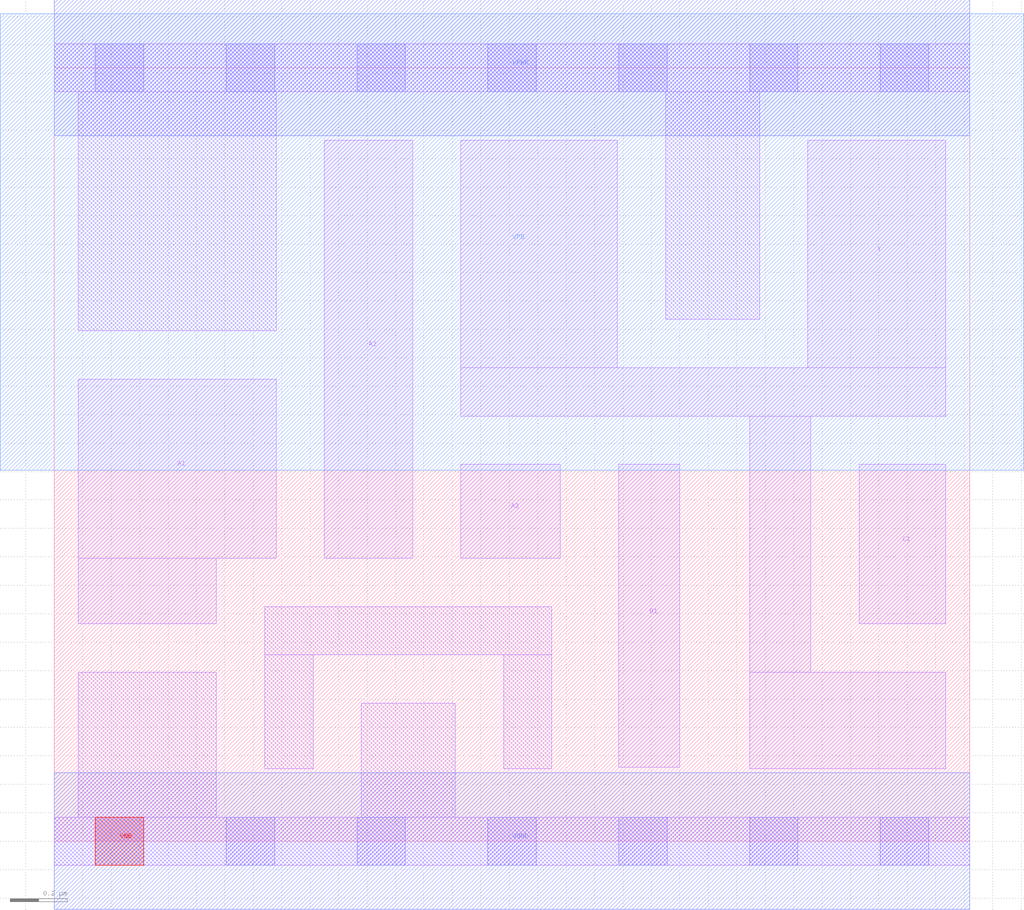
<source format=lef>
# Copyright 2020 The SkyWater PDK Authors
#
# Licensed under the Apache License, Version 2.0 (the "License");
# you may not use this file except in compliance with the License.
# You may obtain a copy of the License at
#
#     https://www.apache.org/licenses/LICENSE-2.0
#
# Unless required by applicable law or agreed to in writing, software
# distributed under the License is distributed on an "AS IS" BASIS,
# WITHOUT WARRANTIES OR CONDITIONS OF ANY KIND, either express or implied.
# See the License for the specific language governing permissions and
# limitations under the License.
#
# SPDX-License-Identifier: Apache-2.0

VERSION 5.7 ;
  NOWIREEXTENSIONATPIN ON ;
  DIVIDERCHAR "/" ;
  BUSBITCHARS "[]" ;
MACRO sky130_fd_sc_hd__o311ai_0
  CLASS CORE ;
  FOREIGN sky130_fd_sc_hd__o311ai_0 ;
  ORIGIN  0.000000  0.000000 ;
  SIZE  3.220000 BY  2.720000 ;
  SYMMETRY X Y R90 ;
  SITE unithd ;
  PIN A1
    ANTENNAGATEAREA  0.159000 ;
    DIRECTION INPUT ;
    USE SIGNAL ;
    PORT
      LAYER li1 ;
        RECT 0.085000 0.765000 0.570000 0.995000 ;
        RECT 0.085000 0.995000 0.780000 1.625000 ;
    END
  END A1
  PIN A2
    ANTENNAGATEAREA  0.159000 ;
    DIRECTION INPUT ;
    USE SIGNAL ;
    PORT
      LAYER li1 ;
        RECT 0.950000 0.995000 1.260000 2.465000 ;
    END
  END A2
  PIN A3
    ANTENNAGATEAREA  0.159000 ;
    DIRECTION INPUT ;
    USE SIGNAL ;
    PORT
      LAYER li1 ;
        RECT 1.430000 0.995000 1.780000 1.325000 ;
    END
  END A3
  PIN B1
    ANTENNAGATEAREA  0.159000 ;
    DIRECTION INPUT ;
    USE SIGNAL ;
    PORT
      LAYER li1 ;
        RECT 1.985000 0.260000 2.200000 1.325000 ;
    END
  END B1
  PIN C1
    ANTENNAGATEAREA  0.159000 ;
    DIRECTION INPUT ;
    USE SIGNAL ;
    PORT
      LAYER li1 ;
        RECT 2.830000 0.765000 3.135000 1.325000 ;
    END
  END C1
  PIN Y
    ANTENNADIFFAREA  0.604000 ;
    DIRECTION OUTPUT ;
    USE SIGNAL ;
    PORT
      LAYER li1 ;
        RECT 1.430000 1.495000 3.135000 1.665000 ;
        RECT 1.430000 1.665000 1.980000 2.465000 ;
        RECT 2.445000 0.255000 3.135000 0.595000 ;
        RECT 2.445000 0.595000 2.660000 1.495000 ;
        RECT 2.650000 1.665000 3.135000 2.465000 ;
    END
  END Y
  PIN VGND
    DIRECTION INOUT ;
    SHAPE ABUTMENT ;
    USE GROUND ;
    PORT
      LAYER met1 ;
        RECT 0.000000 -0.240000 3.220000 0.240000 ;
    END
  END VGND
  PIN VNB
    DIRECTION INOUT ;
    USE GROUND ;
    PORT
      LAYER pwell ;
        RECT 0.145000 -0.085000 0.315000 0.085000 ;
    END
  END VNB
  PIN VPB
    DIRECTION INOUT ;
    USE POWER ;
    PORT
      LAYER nwell ;
        RECT -0.190000 1.305000 3.410000 2.910000 ;
    END
  END VPB
  PIN VPWR
    DIRECTION INOUT ;
    SHAPE ABUTMENT ;
    USE POWER ;
    PORT
      LAYER met1 ;
        RECT 0.000000 2.480000 3.220000 2.960000 ;
    END
  END VPWR
  OBS
    LAYER li1 ;
      RECT 0.000000 -0.085000 3.220000 0.085000 ;
      RECT 0.000000  2.635000 3.220000 2.805000 ;
      RECT 0.085000  0.085000 0.570000 0.595000 ;
      RECT 0.085000  1.795000 0.780000 2.635000 ;
      RECT 0.740000  0.255000 0.910000 0.655000 ;
      RECT 0.740000  0.655000 1.750000 0.825000 ;
      RECT 1.080000  0.085000 1.410000 0.485000 ;
      RECT 1.580000  0.255000 1.750000 0.655000 ;
      RECT 2.150000  1.835000 2.480000 2.635000 ;
    LAYER mcon ;
      RECT 0.145000 -0.085000 0.315000 0.085000 ;
      RECT 0.145000  2.635000 0.315000 2.805000 ;
      RECT 0.605000 -0.085000 0.775000 0.085000 ;
      RECT 0.605000  2.635000 0.775000 2.805000 ;
      RECT 1.065000 -0.085000 1.235000 0.085000 ;
      RECT 1.065000  2.635000 1.235000 2.805000 ;
      RECT 1.525000 -0.085000 1.695000 0.085000 ;
      RECT 1.525000  2.635000 1.695000 2.805000 ;
      RECT 1.985000 -0.085000 2.155000 0.085000 ;
      RECT 1.985000  2.635000 2.155000 2.805000 ;
      RECT 2.445000 -0.085000 2.615000 0.085000 ;
      RECT 2.445000  2.635000 2.615000 2.805000 ;
      RECT 2.905000 -0.085000 3.075000 0.085000 ;
      RECT 2.905000  2.635000 3.075000 2.805000 ;
  END
END sky130_fd_sc_hd__o311ai_0
END LIBRARY

</source>
